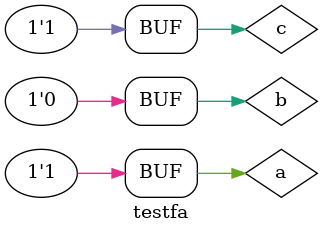
<source format=v>
`timescale 1ns / 1ps


module testfa;

	// Inputs
	reg a;
	reg b;
	reg c;

	// Outputs
	wire out;
	wire carry;

	// Instantiate the Unit Under Test (UUT)
	bonus2 uut (
		.out(out), 
		.carry(carry), 
		.a(a), 
		.b(b), 
		.c(c)
	);

	initial begin
		// Initialize Inputs
		a = 1;
		b = 0;
		c = 1;

		// Wait 100 ns for global reset to finish
		#100;
        
		// Add stimulus here

	end
      
endmodule


</source>
